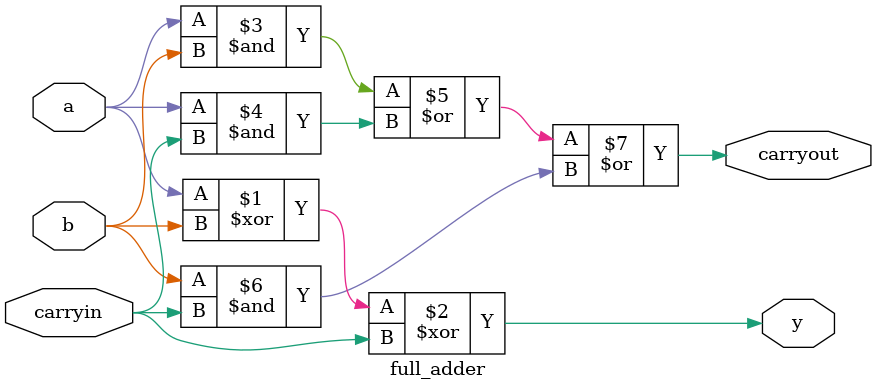
<source format=v>
module full_adder(
    y,          /* 输出 */
    carryout,   /* 进位输出 */
    a,
    b,
    carryin     /* 进位输入 */
);
  output y, carryout;
  input a,b,carryin;

/*
 * assign y = a ^ b ^ carryin;
 * 组合逻辑赋值语句
 */

  assign y = a ^ b ^ carryin;
  assign carryout = ( a & b ) | ( a & carryin ) | ( b & carryin );

endmodule

</source>
